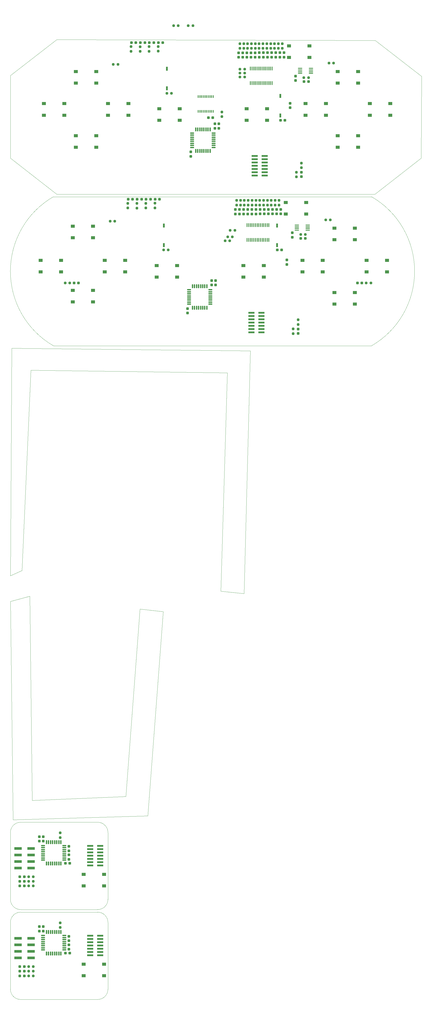
<source format=gbr>
%TF.GenerationSoftware,KiCad,Pcbnew,7.0.6-7.0.6~ubuntu20.04.1*%
%TF.CreationDate,2023-07-11T09:35:53+02:00*%
%TF.ProjectId,output_panel2023-07-11_073542.8350490000,6f757470-7574-45f7-9061-6e656c323032,rev?*%
%TF.SameCoordinates,Original*%
%TF.FileFunction,Paste,Top*%
%TF.FilePolarity,Positive*%
%FSLAX45Y45*%
G04 Gerber Fmt 4.5, Leading zero omitted, Abs format (unit mm)*
G04 Created by KiCad (PCBNEW 7.0.6-7.0.6~ubuntu20.04.1) date 2023-07-11 09:35:53*
%MOMM*%
%LPD*%
G01*
G04 APERTURE LIST*
G04 Aperture macros list*
%AMRoundRect*
0 Rectangle with rounded corners*
0 $1 Rounding radius*
0 $2 $3 $4 $5 $6 $7 $8 $9 X,Y pos of 4 corners*
0 Add a 4 corners polygon primitive as box body*
4,1,4,$2,$3,$4,$5,$6,$7,$8,$9,$2,$3,0*
0 Add four circle primitives for the rounded corners*
1,1,$1+$1,$2,$3*
1,1,$1+$1,$4,$5*
1,1,$1+$1,$6,$7*
1,1,$1+$1,$8,$9*
0 Add four rect primitives between the rounded corners*
20,1,$1+$1,$2,$3,$4,$5,0*
20,1,$1+$1,$4,$5,$6,$7,0*
20,1,$1+$1,$6,$7,$8,$9,0*
20,1,$1+$1,$8,$9,$2,$3,0*%
G04 Aperture macros list end*
%TA.AperFunction,Profile*%
%ADD10C,0.050000*%
%TD*%
%TA.AperFunction,Profile*%
%ADD11C,0.100000*%
%TD*%
%ADD12RoundRect,0.237500X0.237500X-0.250000X0.237500X0.250000X-0.237500X0.250000X-0.237500X-0.250000X0*%
%ADD13RoundRect,0.237500X-0.237500X0.250000X-0.237500X-0.250000X0.237500X-0.250000X0.237500X0.250000X0*%
%ADD14R,1.550000X1.300000*%
%ADD15R,0.760000X1.600000*%
%ADD16RoundRect,0.237500X-0.237500X0.287500X-0.237500X-0.287500X0.237500X-0.287500X0.237500X0.287500X0*%
%ADD17RoundRect,0.100000X0.100000X-0.637500X0.100000X0.637500X-0.100000X0.637500X-0.100000X-0.637500X0*%
%ADD18RoundRect,0.237500X0.250000X0.237500X-0.250000X0.237500X-0.250000X-0.237500X0.250000X-0.237500X0*%
%ADD19RoundRect,0.237500X-0.287500X-0.237500X0.287500X-0.237500X0.287500X0.237500X-0.287500X0.237500X0*%
%ADD20RoundRect,0.237500X-0.300000X-0.237500X0.300000X-0.237500X0.300000X0.237500X-0.300000X0.237500X0*%
%ADD21RoundRect,0.237500X0.237500X-0.300000X0.237500X0.300000X-0.237500X0.300000X-0.237500X-0.300000X0*%
%ADD22RoundRect,0.237500X0.287500X0.237500X-0.287500X0.237500X-0.287500X-0.237500X0.287500X-0.237500X0*%
%ADD23RoundRect,0.237500X-0.250000X-0.237500X0.250000X-0.237500X0.250000X0.237500X-0.250000X0.237500X0*%
%ADD24RoundRect,0.237500X-0.237500X0.300000X-0.237500X-0.300000X0.237500X-0.300000X0.237500X0.300000X0*%
%ADD25RoundRect,0.125000X0.125000X-0.625000X0.125000X0.625000X-0.125000X0.625000X-0.125000X-0.625000X0*%
%ADD26RoundRect,0.125000X0.625000X-0.125000X0.625000X0.125000X-0.625000X0.125000X-0.625000X-0.125000X0*%
%ADD27R,2.400000X0.740000*%
%ADD28RoundRect,0.125000X0.625000X0.125000X-0.625000X0.125000X-0.625000X-0.125000X0.625000X-0.125000X0*%
%ADD29RoundRect,0.125000X0.125000X0.625000X-0.125000X0.625000X-0.125000X-0.625000X0.125000X-0.625000X0*%
%ADD30R,3.000000X1.000000*%
%ADD31RoundRect,0.100000X-0.712500X-0.100000X0.712500X-0.100000X0.712500X0.100000X-0.712500X0.100000X0*%
%ADD32R,0.400000X1.000000*%
%ADD33RoundRect,0.237500X0.300000X0.237500X-0.300000X0.237500X-0.300000X-0.237500X0.300000X-0.237500X0*%
G04 APERTURE END LIST*
D10*
X4549997Y-29518003D02*
X899996Y-29668003D01*
D11*
X1723822Y-6170000D02*
X14123822Y-6170000D01*
D10*
X9149999Y-21619997D02*
X8249999Y-21519997D01*
D11*
X3450000Y-33917982D02*
G75*
G03*
X3850000Y-33517982I0J400000D01*
G01*
X50000Y-1450000D02*
X1850000Y-50000D01*
D10*
X8249999Y-21519997D02*
X8499999Y-13019997D01*
X49996Y-21918003D02*
X149997Y-30418003D01*
D11*
X16050000Y-4670000D02*
X14250000Y-6070000D01*
X50000Y-37017982D02*
G75*
G03*
X450000Y-37417982I400000J0D01*
G01*
D10*
X1723822Y-6170000D02*
G75*
G03*
X1723822Y-11970000I1674316J-2900000D01*
G01*
D11*
X3849998Y-34417982D02*
G75*
G03*
X3450000Y-34017982I-399998J2D01*
G01*
D10*
X9399999Y-12169997D02*
X9149999Y-21619997D01*
D11*
X14250000Y-6070000D02*
X1850000Y-6070000D01*
D10*
X5999996Y-22318003D02*
X5099997Y-22218003D01*
D11*
X1850000Y-50000D02*
X14270000Y-90000D01*
X450000Y-30517982D02*
G75*
G03*
X50000Y-30917982I0J-400000D01*
G01*
X3849998Y-30917982D02*
G75*
G03*
X3450000Y-30517982I-399998J2D01*
G01*
X3450000Y-37417982D02*
X450000Y-37417982D01*
X450000Y-34017982D02*
G75*
G03*
X50000Y-34417982I0J-400000D01*
G01*
D10*
X8499999Y-13019997D02*
X849999Y-12919997D01*
D11*
X50000Y-33517982D02*
G75*
G03*
X450000Y-33917982I400000J0D01*
G01*
D10*
X14123822Y-11970000D02*
G75*
G03*
X14123822Y-6170000I-1674316J2900000D01*
G01*
X499999Y-20719997D02*
X49999Y-20919997D01*
D11*
X3450000Y-33917982D02*
X450000Y-33917982D01*
X14270000Y-90000D02*
X16070000Y-1480000D01*
D10*
X49999Y-20919997D02*
X99999Y-12069997D01*
D11*
X3450000Y-37417982D02*
G75*
G03*
X3850000Y-37017982I0J400000D01*
G01*
X450000Y-30517982D02*
X3450000Y-30517982D01*
D10*
X99999Y-12069997D02*
X9399999Y-12169997D01*
X5399997Y-30268003D02*
X5999996Y-22318003D01*
X799996Y-21718003D02*
X49996Y-21918003D01*
X149997Y-30418003D02*
X5399997Y-30268003D01*
D11*
X50000Y-37017982D02*
X50000Y-34417982D01*
X16070000Y-1480000D02*
X16050000Y-4670000D01*
D10*
X899996Y-29668003D02*
X799996Y-21718003D01*
D11*
X1723822Y-11970000D02*
X14123822Y-11970000D01*
D10*
X849999Y-12919997D02*
X499999Y-20719997D01*
D11*
X3850000Y-30917982D02*
X3850000Y-33517982D01*
X3850000Y-34417982D02*
X3850000Y-37017982D01*
X1850000Y-6070000D02*
X50000Y-4670000D01*
D10*
X5099997Y-22218003D02*
X4549997Y-29518003D01*
D11*
X450000Y-34017982D02*
X3450000Y-34017982D01*
X50000Y-4670000D02*
X50000Y-1450000D01*
X50000Y-33517982D02*
X50000Y-30917982D01*
D12*
X9140000Y-392500D03*
X9140000Y-210000D03*
D13*
X4976322Y-6428750D03*
X4976322Y-6611250D03*
D14*
X3852500Y-2545000D03*
X4647500Y-2545000D03*
X3852500Y-2995000D03*
X4647500Y-2995000D03*
D12*
X9890000Y-392500D03*
X9890000Y-210000D03*
D15*
X6023822Y-8051000D03*
X6023822Y-7289000D03*
D16*
X8976222Y-6665000D03*
X8976222Y-6840000D03*
D17*
X9274722Y-7847650D03*
X9339722Y-7847650D03*
X9404722Y-7847650D03*
X9469722Y-7847650D03*
X9534722Y-7847650D03*
X9599722Y-7847650D03*
X9664722Y-7847650D03*
X9729722Y-7847650D03*
X9794722Y-7847650D03*
X9859722Y-7847650D03*
X9924722Y-7847650D03*
X9989722Y-7847650D03*
X10054722Y-7847650D03*
X10119722Y-7847650D03*
X10119722Y-7275150D03*
X10054722Y-7275150D03*
X9989722Y-7275150D03*
X9924722Y-7275150D03*
X9859722Y-7275150D03*
X9794722Y-7275150D03*
X9729722Y-7275150D03*
X9664722Y-7275150D03*
X9599722Y-7275150D03*
X9534722Y-7275150D03*
X9469722Y-7275150D03*
X9404722Y-7275150D03*
X9339722Y-7275150D03*
X9274722Y-7275150D03*
D18*
X8796072Y-7480000D03*
X8613572Y-7480000D03*
D14*
X12802500Y-3795000D03*
X13597500Y-3795000D03*
X12802500Y-4245000D03*
X13597500Y-4245000D03*
D19*
X4986322Y-6270000D03*
X5161322Y-6270000D03*
D20*
X2528370Y-9525000D03*
X2700870Y-9525000D03*
D13*
X5102500Y-328750D03*
X5102500Y-511250D03*
D16*
X10710000Y-562500D03*
X10710000Y-737500D03*
X9136322Y-6665000D03*
X9136322Y-6840000D03*
D12*
X10063822Y-6492500D03*
X10063822Y-6310000D03*
X9160822Y-6492500D03*
X9160822Y-6310000D03*
D21*
X1180000Y-31254232D03*
X1180000Y-31081732D03*
D13*
X11063822Y-11312500D03*
X11063822Y-11495000D03*
D22*
X589375Y-32637982D03*
X414375Y-32637982D03*
D12*
X10363822Y-6492500D03*
X10363822Y-6310000D03*
D14*
X2476322Y-9815000D03*
X3271322Y-9815000D03*
X2476322Y-10265000D03*
X3271322Y-10265000D03*
X2476322Y-7315000D03*
X3271322Y-7315000D03*
X2476322Y-7765000D03*
X3271322Y-7765000D03*
D22*
X589375Y-32817982D03*
X414375Y-32817982D03*
D14*
X3697500Y-36492982D03*
X2902500Y-36492982D03*
X3697500Y-36042982D03*
X2902500Y-36042982D03*
D12*
X9590000Y-392500D03*
X9590000Y-210000D03*
D16*
X10387500Y-562500D03*
X10387500Y-737500D03*
D21*
X2326000Y-35129232D03*
X2326000Y-34956732D03*
D19*
X4762500Y-170000D03*
X4937500Y-170000D03*
D13*
X5455000Y-326250D03*
X5455000Y-508750D03*
D21*
X2326000Y-31959482D03*
X2326000Y-31786982D03*
D12*
X9013822Y-6492500D03*
X9013822Y-6310000D03*
D14*
X10776322Y-6395000D03*
X11571322Y-6395000D03*
X10776322Y-6845000D03*
X11571322Y-6845000D03*
D20*
X2189000Y-35611982D03*
X2361500Y-35611982D03*
D23*
X11484750Y-1537600D03*
X11667250Y-1537600D03*
X6407500Y490000D03*
X6590000Y490000D03*
D13*
X11190000Y-5212500D03*
X11190000Y-5395000D03*
D23*
X760625Y-36317982D03*
X943125Y-36317982D03*
D16*
X9456322Y-6665000D03*
X9456322Y-6840000D03*
D12*
X10040000Y-392500D03*
X10040000Y-210000D03*
D24*
X11263822Y-11317500D03*
X11263822Y-11490000D03*
D15*
X6150000Y-1951000D03*
X6150000Y-1189000D03*
D18*
X9178050Y-1359800D03*
X8995550Y-1359800D03*
D21*
X7080200Y-4595650D03*
X7080200Y-4423150D03*
D12*
X9290000Y-392500D03*
X9290000Y-210000D03*
D14*
X14052500Y-2545000D03*
X14847500Y-2545000D03*
X14052500Y-2995000D03*
X14847500Y-2995000D03*
D23*
X4058750Y-1020000D03*
X4241250Y-1020000D03*
D14*
X11552500Y-2545000D03*
X12347500Y-2545000D03*
X11552500Y-2995000D03*
X12347500Y-2995000D03*
D16*
X9619822Y-6663750D03*
X9619822Y-6838750D03*
D12*
X10213822Y-6492500D03*
X10213822Y-6310000D03*
D19*
X5336322Y-6270000D03*
X5511322Y-6270000D03*
D16*
X9907500Y-562500D03*
X9907500Y-737500D03*
D13*
X11390000Y-4858750D03*
X11390000Y-5041250D03*
D24*
X10949500Y-2532000D03*
X10949500Y-2704500D03*
D12*
X10513822Y-6492500D03*
X10513822Y-6310000D03*
D16*
X9422500Y-565000D03*
X9422500Y-740000D03*
D12*
X9463822Y-6492500D03*
X9463822Y-6310000D03*
D16*
X9262500Y-565000D03*
X9262500Y-740000D03*
D24*
X8172400Y-3330950D03*
X8172400Y-3503450D03*
D18*
X9178050Y-1207400D03*
X8995550Y-1207400D03*
D25*
X7270000Y-4387500D03*
X7350000Y-4387500D03*
X7430000Y-4387500D03*
X7510000Y-4387500D03*
X7590000Y-4387500D03*
X7670000Y-4387500D03*
X7750000Y-4387500D03*
X7830000Y-4387500D03*
D26*
X7967500Y-4250000D03*
X7967500Y-4170000D03*
X7967500Y-4090000D03*
X7967500Y-4010000D03*
X7967500Y-3930000D03*
X7967500Y-3850000D03*
X7967500Y-3770000D03*
X7967500Y-3690000D03*
D25*
X7830000Y-3552500D03*
X7750000Y-3552500D03*
X7670000Y-3552500D03*
X7590000Y-3552500D03*
X7510000Y-3552500D03*
X7430000Y-3552500D03*
X7350000Y-3552500D03*
X7270000Y-3552500D03*
D26*
X7132500Y-3690000D03*
X7132500Y-3770000D03*
X7132500Y-3850000D03*
X7132500Y-3930000D03*
X7132500Y-4010000D03*
X7132500Y-4090000D03*
X7132500Y-4170000D03*
X7132500Y-4250000D03*
D16*
X9296322Y-6665000D03*
X9296322Y-6840000D03*
D12*
X9440000Y-392500D03*
X9440000Y-210000D03*
D25*
X7143822Y-10487500D03*
X7223822Y-10487500D03*
X7303822Y-10487500D03*
X7383822Y-10487500D03*
X7463822Y-10487500D03*
X7543822Y-10487500D03*
X7623822Y-10487500D03*
X7703822Y-10487500D03*
D26*
X7841322Y-10350000D03*
X7841322Y-10270000D03*
X7841322Y-10190000D03*
X7841322Y-10110000D03*
X7841322Y-10030000D03*
X7841322Y-9950000D03*
X7841322Y-9870000D03*
X7841322Y-9790000D03*
D25*
X7703822Y-9652500D03*
X7623822Y-9652500D03*
X7543822Y-9652500D03*
X7463822Y-9652500D03*
X7383822Y-9652500D03*
X7303822Y-9652500D03*
X7223822Y-9652500D03*
X7143822Y-9652500D03*
D26*
X7006322Y-9790000D03*
X7006322Y-9870000D03*
X7006322Y-9950000D03*
X7006322Y-10030000D03*
X7006322Y-10110000D03*
X7006322Y-10190000D03*
X7006322Y-10270000D03*
X7006322Y-10350000D03*
D24*
X8046222Y-9430950D03*
X8046222Y-9603450D03*
D20*
X2189000Y-32111982D03*
X2361500Y-32111982D03*
D27*
X9567500Y-4583000D03*
X9957500Y-4583000D03*
X9567500Y-4710000D03*
X9957500Y-4710000D03*
X9567500Y-4837000D03*
X9957500Y-4837000D03*
X9567500Y-4964000D03*
X9957500Y-4964000D03*
X9567500Y-5091000D03*
X9957500Y-5091000D03*
X9567500Y-5218000D03*
X9957500Y-5218000D03*
X9567500Y-5345000D03*
X9957500Y-5345000D03*
D23*
X760625Y-36497982D03*
X943125Y-36497982D03*
D28*
X2152500Y-31987982D03*
X2152500Y-31907982D03*
X2152500Y-31827982D03*
X2152500Y-31747982D03*
X2152500Y-31667982D03*
X2152500Y-31587982D03*
X2152500Y-31507982D03*
X2152500Y-31427982D03*
D29*
X2015000Y-31290482D03*
X1935000Y-31290482D03*
X1855000Y-31290482D03*
X1775000Y-31290482D03*
X1695000Y-31290482D03*
X1615000Y-31290482D03*
X1535000Y-31290482D03*
X1455000Y-31290482D03*
D28*
X1317500Y-31427982D03*
X1317500Y-31507982D03*
X1317500Y-31587982D03*
X1317500Y-31667982D03*
X1317500Y-31747982D03*
X1317500Y-31827982D03*
X1317500Y-31907982D03*
X1317500Y-31987982D03*
D29*
X1455000Y-32125482D03*
X1535000Y-32125482D03*
X1615000Y-32125482D03*
X1695000Y-32125482D03*
X1775000Y-32125482D03*
X1855000Y-32125482D03*
X1935000Y-32125482D03*
X2015000Y-32125482D03*
D19*
X5112500Y-170000D03*
X5287500Y-170000D03*
D30*
X348000Y-35798982D03*
X852000Y-35798982D03*
X348000Y-35544982D03*
X852000Y-35544982D03*
X348000Y-35290982D03*
X852000Y-35290982D03*
X348000Y-35036982D03*
X852000Y-35036982D03*
D16*
X10583822Y-6662500D03*
X10583822Y-6837500D03*
D31*
X11212572Y-7272500D03*
X11212572Y-7337500D03*
X11212572Y-7402500D03*
X11212572Y-7467500D03*
X11635072Y-7467500D03*
X11635072Y-7402500D03*
X11635072Y-7337500D03*
X11635072Y-7272500D03*
D18*
X2365870Y-9525000D03*
X2183370Y-9525000D03*
D27*
X3545000Y-32198982D03*
X3155000Y-32198982D03*
X3545000Y-32071982D03*
X3155000Y-32071982D03*
X3545000Y-31944982D03*
X3155000Y-31944982D03*
X3545000Y-31817982D03*
X3155000Y-31817982D03*
X3545000Y-31690982D03*
X3155000Y-31690982D03*
X3545000Y-31563982D03*
X3155000Y-31563982D03*
X3545000Y-31436982D03*
X3155000Y-31436982D03*
D22*
X589375Y-32997982D03*
X414375Y-32997982D03*
D24*
X6954022Y-10523150D03*
X6954022Y-10695650D03*
X11155000Y-1473750D03*
X11155000Y-1646250D03*
D14*
X1352500Y-2545000D03*
X2147500Y-2545000D03*
X1352500Y-2995000D03*
X2147500Y-2995000D03*
D12*
X10190000Y-392500D03*
X10190000Y-210000D03*
D22*
X589375Y-36317982D03*
X414375Y-36317982D03*
D16*
X10067500Y-562500D03*
X10067500Y-737500D03*
X9745000Y-563750D03*
X9745000Y-738750D03*
D12*
X9613822Y-6492500D03*
X9613822Y-6310000D03*
D23*
X12458750Y-970000D03*
X12641250Y-970000D03*
X13913775Y-9525000D03*
X14096275Y-9525000D03*
D18*
X8696072Y-7730000D03*
X8513572Y-7730000D03*
D16*
X10227500Y-562500D03*
X10227500Y-737500D03*
D14*
X3697500Y-32992982D03*
X2902500Y-32992982D03*
X3697500Y-32542982D03*
X2902500Y-32542982D03*
D21*
X2326000Y-35459482D03*
X2326000Y-35286982D03*
D17*
X9400900Y-1747650D03*
X9465900Y-1747650D03*
X9530900Y-1747650D03*
X9595900Y-1747650D03*
X9660900Y-1747650D03*
X9725900Y-1747650D03*
X9790900Y-1747650D03*
X9855900Y-1747650D03*
X9920900Y-1747650D03*
X9985900Y-1747650D03*
X10050900Y-1747650D03*
X10115900Y-1747650D03*
X10180900Y-1747650D03*
X10245900Y-1747650D03*
X10245900Y-1175150D03*
X10180900Y-1175150D03*
X10115900Y-1175150D03*
X10050900Y-1175150D03*
X9985900Y-1175150D03*
X9920900Y-1175150D03*
X9855900Y-1175150D03*
X9790900Y-1175150D03*
X9725900Y-1175150D03*
X9660900Y-1175150D03*
X9595900Y-1175150D03*
X9530900Y-1175150D03*
X9465900Y-1175150D03*
X9400900Y-1175150D03*
D16*
X9781322Y-6662500D03*
X9781322Y-6837500D03*
D14*
X12676322Y-7395000D03*
X13471322Y-7395000D03*
X12676322Y-7845000D03*
X13471322Y-7845000D03*
D24*
X11390000Y-5217500D03*
X11390000Y-5390000D03*
D23*
X6978750Y490000D03*
X7161250Y490000D03*
D14*
X1226322Y-8645000D03*
X2021322Y-8645000D03*
X1226322Y-9095000D03*
X2021322Y-9095000D03*
D19*
X11362322Y-7790000D03*
X11537322Y-7790000D03*
D16*
X10261322Y-6662500D03*
X10261322Y-6837500D03*
D13*
X4752500Y-326250D03*
X4752500Y-508750D03*
D23*
X8413572Y-7880000D03*
X8596072Y-7880000D03*
X760625Y-32637982D03*
X943125Y-32637982D03*
D16*
X9582500Y-565000D03*
X9582500Y-740000D03*
D23*
X11358572Y-7637600D03*
X11541072Y-7637600D03*
D28*
X2152500Y-35487982D03*
X2152500Y-35407982D03*
X2152500Y-35327982D03*
X2152500Y-35247982D03*
X2152500Y-35167982D03*
X2152500Y-35087982D03*
X2152500Y-35007982D03*
X2152500Y-34927982D03*
D29*
X2015000Y-34790482D03*
X1935000Y-34790482D03*
X1855000Y-34790482D03*
X1775000Y-34790482D03*
X1695000Y-34790482D03*
X1615000Y-34790482D03*
X1535000Y-34790482D03*
X1455000Y-34790482D03*
D28*
X1317500Y-34927982D03*
X1317500Y-35007982D03*
X1317500Y-35087982D03*
X1317500Y-35167982D03*
X1317500Y-35247982D03*
X1317500Y-35327982D03*
X1317500Y-35407982D03*
X1317500Y-35487982D03*
D29*
X1455000Y-35625482D03*
X1535000Y-35625482D03*
X1615000Y-35625482D03*
X1695000Y-35625482D03*
X1775000Y-35625482D03*
X1855000Y-35625482D03*
X1935000Y-35625482D03*
X2015000Y-35625482D03*
D14*
X12676322Y-9895000D03*
X13471322Y-9895000D03*
X12676322Y-10345000D03*
X13471322Y-10345000D03*
X2602500Y-1295000D03*
X3397500Y-1295000D03*
X2602500Y-1745000D03*
X3397500Y-1745000D03*
X10902500Y-295000D03*
X11697500Y-295000D03*
X10902500Y-745000D03*
X11697500Y-745000D03*
D15*
X10440822Y-8051000D03*
X10440822Y-7289000D03*
D12*
X9763822Y-6492500D03*
X9763822Y-6310000D03*
D27*
X3545000Y-35698982D03*
X3155000Y-35698982D03*
X3545000Y-35571982D03*
X3155000Y-35571982D03*
X3545000Y-35444982D03*
X3155000Y-35444982D03*
X3545000Y-35317982D03*
X3155000Y-35317982D03*
X3545000Y-35190982D03*
X3155000Y-35190982D03*
X3545000Y-35063982D03*
X3155000Y-35063982D03*
X3545000Y-34936982D03*
X3155000Y-34936982D03*
D16*
X10547500Y-562500D03*
X10547500Y-737500D03*
D14*
X11426322Y-8645000D03*
X12221322Y-8645000D03*
X11426322Y-9095000D03*
X12221322Y-9095000D03*
D16*
X8816322Y-6665000D03*
X8816322Y-6840000D03*
X10101322Y-6662500D03*
X10101322Y-6837500D03*
D14*
X2602500Y-3795000D03*
X3397500Y-3795000D03*
X2602500Y-4245000D03*
X3397500Y-4245000D03*
D23*
X6017572Y-8240000D03*
X6200072Y-8240000D03*
D32*
X7365000Y-2850000D03*
X7430000Y-2850000D03*
X7495000Y-2850000D03*
X7560000Y-2850000D03*
X7625000Y-2850000D03*
X7690000Y-2850000D03*
X7755000Y-2850000D03*
X7820000Y-2850000D03*
X7885000Y-2850000D03*
X7950000Y-2850000D03*
X7950000Y-2270000D03*
X7885000Y-2270000D03*
X7820000Y-2270000D03*
X7755000Y-2270000D03*
X7690000Y-2270000D03*
X7625000Y-2270000D03*
X7560000Y-2270000D03*
X7495000Y-2270000D03*
X7430000Y-2270000D03*
X7365000Y-2270000D03*
D23*
X8995550Y-1512200D03*
X9178050Y-1512200D03*
D12*
X9313822Y-6492500D03*
X9313822Y-6310000D03*
D19*
X5812500Y-170000D03*
X5987500Y-170000D03*
X5686322Y-6270000D03*
X5861322Y-6270000D03*
D23*
X760625Y-32817982D03*
X943125Y-32817982D03*
D14*
X13926322Y-8645000D03*
X14721322Y-8645000D03*
X13926322Y-9095000D03*
X14721322Y-9095000D03*
D24*
X11028822Y-7573750D03*
X11028822Y-7746250D03*
D12*
X8863822Y-6492500D03*
X8863822Y-6310000D03*
D19*
X4636322Y-6270000D03*
X4811322Y-6270000D03*
D12*
X10640000Y-392500D03*
X10640000Y-210000D03*
D14*
X5852500Y-2745000D03*
X6647500Y-2745000D03*
X5852500Y-3195000D03*
X6647500Y-3195000D03*
D13*
X11263822Y-10958750D03*
X11263822Y-11141250D03*
D16*
X9102500Y-565000D03*
X9102500Y-740000D03*
X10421322Y-6662500D03*
X10421322Y-6837500D03*
D21*
X1330000Y-34754232D03*
X1330000Y-34581732D03*
X1330000Y-31254232D03*
X1330000Y-31081732D03*
D33*
X7936250Y-3090000D03*
X7763750Y-3090000D03*
X13741275Y-9525000D03*
X13568775Y-9525000D03*
D24*
X7893822Y-9430950D03*
X7893822Y-9603450D03*
D23*
X760625Y-32997982D03*
X943125Y-32997982D03*
D14*
X9252500Y-2745000D03*
X10047500Y-2745000D03*
X9252500Y-3195000D03*
X10047500Y-3195000D03*
D12*
X9740000Y-392500D03*
X9740000Y-210000D03*
X1992000Y-34616232D03*
X1992000Y-34433732D03*
D14*
X5747322Y-8845000D03*
X6542322Y-8845000D03*
X5747322Y-9295000D03*
X6542322Y-9295000D03*
D12*
X9913822Y-6492500D03*
X9913822Y-6310000D03*
D23*
X760625Y-36137982D03*
X943125Y-36137982D03*
D21*
X1180000Y-34754232D03*
X1180000Y-34581732D03*
D27*
X9441322Y-10683000D03*
X9831322Y-10683000D03*
X9441322Y-10810000D03*
X9831322Y-10810000D03*
X9441322Y-10937000D03*
X9831322Y-10937000D03*
X9441322Y-11064000D03*
X9831322Y-11064000D03*
X9441322Y-11191000D03*
X9831322Y-11191000D03*
X9441322Y-11318000D03*
X9831322Y-11318000D03*
X9441322Y-11445000D03*
X9831322Y-11445000D03*
D19*
X5462500Y-170000D03*
X5637500Y-170000D03*
D12*
X8290000Y-3050000D03*
X8290000Y-2867500D03*
X8990000Y-392500D03*
X8990000Y-210000D03*
D21*
X2326000Y-31629232D03*
X2326000Y-31456732D03*
D13*
X5683822Y-6421250D03*
X5683822Y-6603750D03*
D12*
X10490000Y-392500D03*
X10490000Y-210000D03*
D14*
X12802500Y-1295000D03*
X13597500Y-1295000D03*
X12802500Y-1745000D03*
X13597500Y-1745000D03*
D24*
X8020000Y-3330950D03*
X8020000Y-3503450D03*
D12*
X1992000Y-31116232D03*
X1992000Y-30933732D03*
D22*
X589375Y-36497982D03*
X414375Y-36497982D03*
D13*
X5328822Y-6426250D03*
X5328822Y-6608750D03*
D31*
X11338750Y-1172500D03*
X11338750Y-1237500D03*
X11338750Y-1302500D03*
X11338750Y-1367500D03*
X11761250Y-1367500D03*
X11761250Y-1302500D03*
X11761250Y-1237500D03*
X11761250Y-1172500D03*
D30*
X348000Y-32298982D03*
X852000Y-32298982D03*
X348000Y-32044982D03*
X852000Y-32044982D03*
X348000Y-31790982D03*
X852000Y-31790982D03*
X348000Y-31536982D03*
X852000Y-31536982D03*
D23*
X3932572Y-7120000D03*
X4115072Y-7120000D03*
D15*
X10567000Y-3008000D03*
X10567000Y-2246000D03*
D24*
X10823322Y-8632000D03*
X10823322Y-8804500D03*
D23*
X6143750Y-2140000D03*
X6326250Y-2140000D03*
D13*
X4626322Y-6426250D03*
X4626322Y-6608750D03*
D14*
X9126322Y-8845000D03*
X9921322Y-8845000D03*
X9126322Y-9295000D03*
X9921322Y-9295000D03*
D19*
X11488500Y-1690000D03*
X11663500Y-1690000D03*
D23*
X12332572Y-7070000D03*
X12515072Y-7070000D03*
D16*
X9941322Y-6662500D03*
X9941322Y-6837500D03*
D12*
X10340000Y-392500D03*
X10340000Y-210000D03*
D20*
X10447072Y-8240000D03*
X10619572Y-8240000D03*
X10573250Y-3197000D03*
X10745750Y-3197000D03*
D16*
X8942500Y-565000D03*
X8942500Y-740000D03*
D22*
X589375Y-36137982D03*
X414375Y-36137982D03*
D13*
X5810000Y-321250D03*
X5810000Y-503750D03*
D14*
X3726322Y-8645000D03*
X4521322Y-8645000D03*
X3726322Y-9095000D03*
X4521322Y-9095000D03*
M02*

</source>
